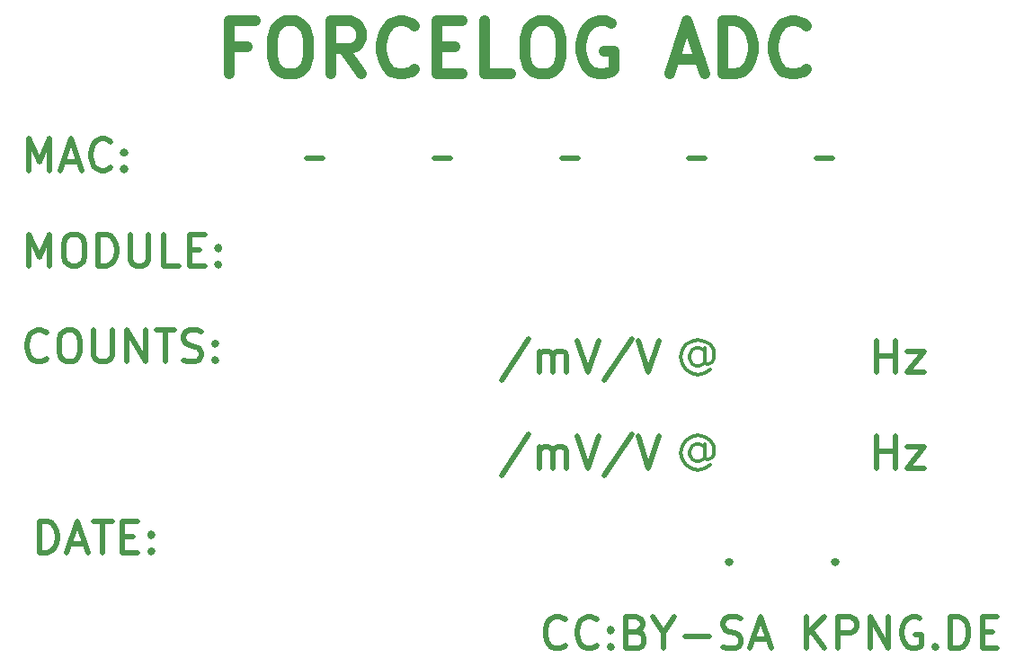
<source format=gbr>
%TF.GenerationSoftware,KiCad,Pcbnew,5.1.8*%
%TF.CreationDate,2020-12-22T13:18:50+01:00*%
%TF.ProjectId,labelframe,6c616265-6c66-4726-916d-652e6b696361,rev?*%
%TF.SameCoordinates,Original*%
%TF.FileFunction,Soldermask,Top*%
%TF.FilePolarity,Negative*%
%FSLAX46Y46*%
G04 Gerber Fmt 4.6, Leading zero omitted, Abs format (unit mm)*
G04 Created by KiCad (PCBNEW 5.1.8) date 2020-12-22 13:18:50*
%MOMM*%
%LPD*%
G01*
G04 APERTURE LIST*
%ADD10C,0.500000*%
%ADD11C,0.350000*%
%ADD12C,1.000000*%
G04 APERTURE END LIST*
D10*
X180000000Y-105071428D02*
X180142857Y-105214285D01*
X180000000Y-105357142D01*
X179857142Y-105214285D01*
X180000000Y-105071428D01*
X180000000Y-105357142D01*
X151142857Y-93214285D02*
X148571428Y-97071428D01*
X152142857Y-96357142D02*
X152142857Y-94357142D01*
X152142857Y-94642857D02*
X152285714Y-94500000D01*
X152571428Y-94357142D01*
X153000000Y-94357142D01*
X153285714Y-94500000D01*
X153428571Y-94785714D01*
X153428571Y-96357142D01*
X153428571Y-94785714D02*
X153571428Y-94500000D01*
X153857142Y-94357142D01*
X154285714Y-94357142D01*
X154571428Y-94500000D01*
X154714285Y-94785714D01*
X154714285Y-96357142D01*
X155714285Y-93357142D02*
X156714285Y-96357142D01*
X157714285Y-93357142D01*
X160857142Y-93214285D02*
X158285714Y-97071428D01*
X161428571Y-93357142D02*
X162428571Y-96357142D01*
X163428571Y-93357142D01*
D11*
X167750000Y-94416666D02*
X167583333Y-94250000D01*
X167250000Y-94083333D01*
X166916666Y-94083333D01*
X166583333Y-94250000D01*
X166416666Y-94416666D01*
X166250000Y-94750000D01*
X166250000Y-95083333D01*
X166416666Y-95416666D01*
X166583333Y-95583333D01*
X166916666Y-95750000D01*
X167250000Y-95750000D01*
X167583333Y-95583333D01*
X167750000Y-95416666D01*
X167750000Y-94083333D02*
X167750000Y-95416666D01*
X167916666Y-95583333D01*
X168083333Y-95583333D01*
X168416666Y-95416666D01*
X168583333Y-95083333D01*
X168583333Y-94250000D01*
X168250000Y-93750000D01*
X167750000Y-93416666D01*
X167083333Y-93250000D01*
X166416666Y-93416666D01*
X165916666Y-93750000D01*
X165583333Y-94250000D01*
X165416666Y-94916666D01*
X165583333Y-95583333D01*
X165916666Y-96083333D01*
X166416666Y-96416666D01*
X167083333Y-96583333D01*
X167750000Y-96416666D01*
X168250000Y-96083333D01*
D10*
X183928571Y-96357142D02*
X183928571Y-93357142D01*
X183928571Y-94785714D02*
X185642857Y-94785714D01*
X185642857Y-96357142D02*
X185642857Y-93357142D01*
X186785714Y-94357142D02*
X188357142Y-94357142D01*
X186785714Y-96357142D01*
X188357142Y-96357142D01*
X178238095Y-67214285D02*
X179761904Y-67214285D01*
X166238095Y-67214285D02*
X167761904Y-67214285D01*
X154238095Y-67214285D02*
X155761904Y-67214285D01*
X142238095Y-67214285D02*
X143761904Y-67214285D01*
X183928571Y-87357142D02*
X183928571Y-84357142D01*
X183928571Y-85785714D02*
X185642857Y-85785714D01*
X185642857Y-87357142D02*
X185642857Y-84357142D01*
X186785714Y-85357142D02*
X188357142Y-85357142D01*
X186785714Y-87357142D01*
X188357142Y-87357142D01*
X170000000Y-105071428D02*
X170142857Y-105214285D01*
X170000000Y-105357142D01*
X169857142Y-105214285D01*
X170000000Y-105071428D01*
X170000000Y-105357142D01*
X151142857Y-84214285D02*
X148571428Y-88071428D01*
X152142857Y-87357142D02*
X152142857Y-85357142D01*
X152142857Y-85642857D02*
X152285714Y-85500000D01*
X152571428Y-85357142D01*
X153000000Y-85357142D01*
X153285714Y-85500000D01*
X153428571Y-85785714D01*
X153428571Y-87357142D01*
X153428571Y-85785714D02*
X153571428Y-85500000D01*
X153857142Y-85357142D01*
X154285714Y-85357142D01*
X154571428Y-85500000D01*
X154714285Y-85785714D01*
X154714285Y-87357142D01*
X155714285Y-84357142D02*
X156714285Y-87357142D01*
X157714285Y-84357142D01*
X160857142Y-84214285D02*
X158285714Y-88071428D01*
X161428571Y-84357142D02*
X162428571Y-87357142D01*
X163428571Y-84357142D01*
D11*
X167750000Y-85416666D02*
X167583333Y-85250000D01*
X167250000Y-85083333D01*
X166916666Y-85083333D01*
X166583333Y-85250000D01*
X166416666Y-85416666D01*
X166250000Y-85750000D01*
X166250000Y-86083333D01*
X166416666Y-86416666D01*
X166583333Y-86583333D01*
X166916666Y-86750000D01*
X167250000Y-86750000D01*
X167583333Y-86583333D01*
X167750000Y-86416666D01*
X167750000Y-85083333D02*
X167750000Y-86416666D01*
X167916666Y-86583333D01*
X168083333Y-86583333D01*
X168416666Y-86416666D01*
X168583333Y-86083333D01*
X168583333Y-85250000D01*
X168250000Y-84750000D01*
X167750000Y-84416666D01*
X167083333Y-84250000D01*
X166416666Y-84416666D01*
X165916666Y-84750000D01*
X165583333Y-85250000D01*
X165416666Y-85916666D01*
X165583333Y-86583333D01*
X165916666Y-87083333D01*
X166416666Y-87416666D01*
X167083333Y-87583333D01*
X167750000Y-87416666D01*
X168250000Y-87083333D01*
D10*
X130238095Y-67214285D02*
X131761904Y-67214285D01*
X105039285Y-104357142D02*
X105039285Y-101357142D01*
X105753571Y-101357142D01*
X106182142Y-101500000D01*
X106467857Y-101785714D01*
X106610714Y-102071428D01*
X106753571Y-102642857D01*
X106753571Y-103071428D01*
X106610714Y-103642857D01*
X106467857Y-103928571D01*
X106182142Y-104214285D01*
X105753571Y-104357142D01*
X105039285Y-104357142D01*
X107896428Y-103500000D02*
X109325000Y-103500000D01*
X107610714Y-104357142D02*
X108610714Y-101357142D01*
X109610714Y-104357142D01*
X110182142Y-101357142D02*
X111896428Y-101357142D01*
X111039285Y-104357142D02*
X111039285Y-101357142D01*
X112896428Y-102785714D02*
X113896428Y-102785714D01*
X114325000Y-104357142D02*
X112896428Y-104357142D01*
X112896428Y-101357142D01*
X114325000Y-101357142D01*
X115610714Y-104071428D02*
X115753571Y-104214285D01*
X115610714Y-104357142D01*
X115467857Y-104214285D01*
X115610714Y-104071428D01*
X115610714Y-104357142D01*
X115610714Y-102500000D02*
X115753571Y-102642857D01*
X115610714Y-102785714D01*
X115467857Y-102642857D01*
X115610714Y-102500000D01*
X115610714Y-102785714D01*
X154571428Y-113071428D02*
X154428571Y-113214285D01*
X154000000Y-113357142D01*
X153714285Y-113357142D01*
X153285714Y-113214285D01*
X153000000Y-112928571D01*
X152857142Y-112642857D01*
X152714285Y-112071428D01*
X152714285Y-111642857D01*
X152857142Y-111071428D01*
X153000000Y-110785714D01*
X153285714Y-110500000D01*
X153714285Y-110357142D01*
X154000000Y-110357142D01*
X154428571Y-110500000D01*
X154571428Y-110642857D01*
X157571428Y-113071428D02*
X157428571Y-113214285D01*
X157000000Y-113357142D01*
X156714285Y-113357142D01*
X156285714Y-113214285D01*
X156000000Y-112928571D01*
X155857142Y-112642857D01*
X155714285Y-112071428D01*
X155714285Y-111642857D01*
X155857142Y-111071428D01*
X156000000Y-110785714D01*
X156285714Y-110500000D01*
X156714285Y-110357142D01*
X157000000Y-110357142D01*
X157428571Y-110500000D01*
X157571428Y-110642857D01*
X158857142Y-113071428D02*
X159000000Y-113214285D01*
X158857142Y-113357142D01*
X158714285Y-113214285D01*
X158857142Y-113071428D01*
X158857142Y-113357142D01*
X158857142Y-111500000D02*
X159000000Y-111642857D01*
X158857142Y-111785714D01*
X158714285Y-111642857D01*
X158857142Y-111500000D01*
X158857142Y-111785714D01*
X161285714Y-111785714D02*
X161714285Y-111928571D01*
X161857142Y-112071428D01*
X162000000Y-112357142D01*
X162000000Y-112785714D01*
X161857142Y-113071428D01*
X161714285Y-113214285D01*
X161428571Y-113357142D01*
X160285714Y-113357142D01*
X160285714Y-110357142D01*
X161285714Y-110357142D01*
X161571428Y-110500000D01*
X161714285Y-110642857D01*
X161857142Y-110928571D01*
X161857142Y-111214285D01*
X161714285Y-111500000D01*
X161571428Y-111642857D01*
X161285714Y-111785714D01*
X160285714Y-111785714D01*
X163857142Y-111928571D02*
X163857142Y-113357142D01*
X162857142Y-110357142D02*
X163857142Y-111928571D01*
X164857142Y-110357142D01*
X165857142Y-112214285D02*
X168142857Y-112214285D01*
X169428571Y-113214285D02*
X169857142Y-113357142D01*
X170571428Y-113357142D01*
X170857142Y-113214285D01*
X171000000Y-113071428D01*
X171142857Y-112785714D01*
X171142857Y-112500000D01*
X171000000Y-112214285D01*
X170857142Y-112071428D01*
X170571428Y-111928571D01*
X170000000Y-111785714D01*
X169714285Y-111642857D01*
X169571428Y-111500000D01*
X169428571Y-111214285D01*
X169428571Y-110928571D01*
X169571428Y-110642857D01*
X169714285Y-110500000D01*
X170000000Y-110357142D01*
X170714285Y-110357142D01*
X171142857Y-110500000D01*
X172285714Y-112500000D02*
X173714285Y-112500000D01*
X172000000Y-113357142D02*
X173000000Y-110357142D01*
X174000000Y-113357142D01*
X177285714Y-113357142D02*
X177285714Y-110357142D01*
X179000000Y-113357142D02*
X177714285Y-111642857D01*
X179000000Y-110357142D02*
X177285714Y-112071428D01*
X180285714Y-113357142D02*
X180285714Y-110357142D01*
X181428571Y-110357142D01*
X181714285Y-110500000D01*
X181857142Y-110642857D01*
X182000000Y-110928571D01*
X182000000Y-111357142D01*
X181857142Y-111642857D01*
X181714285Y-111785714D01*
X181428571Y-111928571D01*
X180285714Y-111928571D01*
X183285714Y-113357142D02*
X183285714Y-110357142D01*
X185000000Y-113357142D01*
X185000000Y-110357142D01*
X188000000Y-110500000D02*
X187714285Y-110357142D01*
X187285714Y-110357142D01*
X186857142Y-110500000D01*
X186571428Y-110785714D01*
X186428571Y-111071428D01*
X186285714Y-111642857D01*
X186285714Y-112071428D01*
X186428571Y-112642857D01*
X186571428Y-112928571D01*
X186857142Y-113214285D01*
X187285714Y-113357142D01*
X187571428Y-113357142D01*
X188000000Y-113214285D01*
X188142857Y-113071428D01*
X188142857Y-112071428D01*
X187571428Y-112071428D01*
X189428571Y-113071428D02*
X189571428Y-113214285D01*
X189428571Y-113357142D01*
X189285714Y-113214285D01*
X189428571Y-113071428D01*
X189428571Y-113357142D01*
X190857142Y-113357142D02*
X190857142Y-110357142D01*
X191571428Y-110357142D01*
X192000000Y-110500000D01*
X192285714Y-110785714D01*
X192428571Y-111071428D01*
X192571428Y-111642857D01*
X192571428Y-112071428D01*
X192428571Y-112642857D01*
X192285714Y-112928571D01*
X192000000Y-113214285D01*
X191571428Y-113357142D01*
X190857142Y-113357142D01*
X193857142Y-111785714D02*
X194857142Y-111785714D01*
X195285714Y-113357142D02*
X193857142Y-113357142D01*
X193857142Y-110357142D01*
X195285714Y-110357142D01*
X105753571Y-86071428D02*
X105610714Y-86214285D01*
X105182142Y-86357142D01*
X104896428Y-86357142D01*
X104467857Y-86214285D01*
X104182142Y-85928571D01*
X104039285Y-85642857D01*
X103896428Y-85071428D01*
X103896428Y-84642857D01*
X104039285Y-84071428D01*
X104182142Y-83785714D01*
X104467857Y-83500000D01*
X104896428Y-83357142D01*
X105182142Y-83357142D01*
X105610714Y-83500000D01*
X105753571Y-83642857D01*
X107610714Y-83357142D02*
X108182142Y-83357142D01*
X108467857Y-83500000D01*
X108753571Y-83785714D01*
X108896428Y-84357142D01*
X108896428Y-85357142D01*
X108753571Y-85928571D01*
X108467857Y-86214285D01*
X108182142Y-86357142D01*
X107610714Y-86357142D01*
X107325000Y-86214285D01*
X107039285Y-85928571D01*
X106896428Y-85357142D01*
X106896428Y-84357142D01*
X107039285Y-83785714D01*
X107325000Y-83500000D01*
X107610714Y-83357142D01*
X110182142Y-83357142D02*
X110182142Y-85785714D01*
X110325000Y-86071428D01*
X110467857Y-86214285D01*
X110753571Y-86357142D01*
X111325000Y-86357142D01*
X111610714Y-86214285D01*
X111753571Y-86071428D01*
X111896428Y-85785714D01*
X111896428Y-83357142D01*
X113325000Y-86357142D02*
X113325000Y-83357142D01*
X115039285Y-86357142D01*
X115039285Y-83357142D01*
X116039285Y-83357142D02*
X117753571Y-83357142D01*
X116896428Y-86357142D02*
X116896428Y-83357142D01*
X118610714Y-86214285D02*
X119039285Y-86357142D01*
X119753571Y-86357142D01*
X120039285Y-86214285D01*
X120182142Y-86071428D01*
X120325000Y-85785714D01*
X120325000Y-85500000D01*
X120182142Y-85214285D01*
X120039285Y-85071428D01*
X119753571Y-84928571D01*
X119182142Y-84785714D01*
X118896428Y-84642857D01*
X118753571Y-84500000D01*
X118610714Y-84214285D01*
X118610714Y-83928571D01*
X118753571Y-83642857D01*
X118896428Y-83500000D01*
X119182142Y-83357142D01*
X119896428Y-83357142D01*
X120325000Y-83500000D01*
X121610714Y-86071428D02*
X121753571Y-86214285D01*
X121610714Y-86357142D01*
X121467857Y-86214285D01*
X121610714Y-86071428D01*
X121610714Y-86357142D01*
X121610714Y-84500000D02*
X121753571Y-84642857D01*
X121610714Y-84785714D01*
X121467857Y-84642857D01*
X121610714Y-84500000D01*
X121610714Y-84785714D01*
X104039285Y-77357142D02*
X104039285Y-74357142D01*
X105039285Y-76500000D01*
X106039285Y-74357142D01*
X106039285Y-77357142D01*
X108039285Y-74357142D02*
X108610714Y-74357142D01*
X108896428Y-74500000D01*
X109182142Y-74785714D01*
X109325000Y-75357142D01*
X109325000Y-76357142D01*
X109182142Y-76928571D01*
X108896428Y-77214285D01*
X108610714Y-77357142D01*
X108039285Y-77357142D01*
X107753571Y-77214285D01*
X107467857Y-76928571D01*
X107325000Y-76357142D01*
X107325000Y-75357142D01*
X107467857Y-74785714D01*
X107753571Y-74500000D01*
X108039285Y-74357142D01*
X110610714Y-77357142D02*
X110610714Y-74357142D01*
X111325000Y-74357142D01*
X111753571Y-74500000D01*
X112039285Y-74785714D01*
X112182142Y-75071428D01*
X112325000Y-75642857D01*
X112325000Y-76071428D01*
X112182142Y-76642857D01*
X112039285Y-76928571D01*
X111753571Y-77214285D01*
X111325000Y-77357142D01*
X110610714Y-77357142D01*
X113610714Y-74357142D02*
X113610714Y-76785714D01*
X113753571Y-77071428D01*
X113896428Y-77214285D01*
X114182142Y-77357142D01*
X114753571Y-77357142D01*
X115039285Y-77214285D01*
X115182142Y-77071428D01*
X115325000Y-76785714D01*
X115325000Y-74357142D01*
X118182142Y-77357142D02*
X116753571Y-77357142D01*
X116753571Y-74357142D01*
X119182142Y-75785714D02*
X120182142Y-75785714D01*
X120610714Y-77357142D02*
X119182142Y-77357142D01*
X119182142Y-74357142D01*
X120610714Y-74357142D01*
X121896428Y-77071428D02*
X122039285Y-77214285D01*
X121896428Y-77357142D01*
X121753571Y-77214285D01*
X121896428Y-77071428D01*
X121896428Y-77357142D01*
X121896428Y-75500000D02*
X122039285Y-75642857D01*
X121896428Y-75785714D01*
X121753571Y-75642857D01*
X121896428Y-75500000D01*
X121896428Y-75785714D01*
X104039285Y-68357142D02*
X104039285Y-65357142D01*
X105039285Y-67500000D01*
X106039285Y-65357142D01*
X106039285Y-68357142D01*
X107325000Y-67500000D02*
X108753571Y-67500000D01*
X107039285Y-68357142D02*
X108039285Y-65357142D01*
X109039285Y-68357142D01*
X111753571Y-68071428D02*
X111610714Y-68214285D01*
X111182142Y-68357142D01*
X110896428Y-68357142D01*
X110467857Y-68214285D01*
X110182142Y-67928571D01*
X110039285Y-67642857D01*
X109896428Y-67071428D01*
X109896428Y-66642857D01*
X110039285Y-66071428D01*
X110182142Y-65785714D01*
X110467857Y-65500000D01*
X110896428Y-65357142D01*
X111182142Y-65357142D01*
X111610714Y-65500000D01*
X111753571Y-65642857D01*
X113039285Y-68071428D02*
X113182142Y-68214285D01*
X113039285Y-68357142D01*
X112896428Y-68214285D01*
X113039285Y-68071428D01*
X113039285Y-68357142D01*
X113039285Y-66500000D02*
X113182142Y-66642857D01*
X113039285Y-66785714D01*
X112896428Y-66642857D01*
X113039285Y-66500000D01*
X113039285Y-66785714D01*
D12*
X124642857Y-56642857D02*
X122976190Y-56642857D01*
X122976190Y-59261904D02*
X122976190Y-54261904D01*
X125357142Y-54261904D01*
X128214285Y-54261904D02*
X129166666Y-54261904D01*
X129642857Y-54500000D01*
X130119047Y-54976190D01*
X130357142Y-55928571D01*
X130357142Y-57595238D01*
X130119047Y-58547619D01*
X129642857Y-59023809D01*
X129166666Y-59261904D01*
X128214285Y-59261904D01*
X127738095Y-59023809D01*
X127261904Y-58547619D01*
X127023809Y-57595238D01*
X127023809Y-55928571D01*
X127261904Y-54976190D01*
X127738095Y-54500000D01*
X128214285Y-54261904D01*
X135357142Y-59261904D02*
X133690476Y-56880952D01*
X132500000Y-59261904D02*
X132500000Y-54261904D01*
X134404761Y-54261904D01*
X134880952Y-54500000D01*
X135119047Y-54738095D01*
X135357142Y-55214285D01*
X135357142Y-55928571D01*
X135119047Y-56404761D01*
X134880952Y-56642857D01*
X134404761Y-56880952D01*
X132500000Y-56880952D01*
X140357142Y-58785714D02*
X140119047Y-59023809D01*
X139404761Y-59261904D01*
X138928571Y-59261904D01*
X138214285Y-59023809D01*
X137738095Y-58547619D01*
X137500000Y-58071428D01*
X137261904Y-57119047D01*
X137261904Y-56404761D01*
X137500000Y-55452380D01*
X137738095Y-54976190D01*
X138214285Y-54500000D01*
X138928571Y-54261904D01*
X139404761Y-54261904D01*
X140119047Y-54500000D01*
X140357142Y-54738095D01*
X142500000Y-56642857D02*
X144166666Y-56642857D01*
X144880952Y-59261904D02*
X142500000Y-59261904D01*
X142500000Y-54261904D01*
X144880952Y-54261904D01*
X149404761Y-59261904D02*
X147023809Y-59261904D01*
X147023809Y-54261904D01*
X152023809Y-54261904D02*
X152976190Y-54261904D01*
X153452380Y-54500000D01*
X153928571Y-54976190D01*
X154166666Y-55928571D01*
X154166666Y-57595238D01*
X153928571Y-58547619D01*
X153452380Y-59023809D01*
X152976190Y-59261904D01*
X152023809Y-59261904D01*
X151547619Y-59023809D01*
X151071428Y-58547619D01*
X150833333Y-57595238D01*
X150833333Y-55928571D01*
X151071428Y-54976190D01*
X151547619Y-54500000D01*
X152023809Y-54261904D01*
X158928571Y-54500000D02*
X158452380Y-54261904D01*
X157738095Y-54261904D01*
X157023809Y-54500000D01*
X156547619Y-54976190D01*
X156309523Y-55452380D01*
X156071428Y-56404761D01*
X156071428Y-57119047D01*
X156309523Y-58071428D01*
X156547619Y-58547619D01*
X157023809Y-59023809D01*
X157738095Y-59261904D01*
X158214285Y-59261904D01*
X158928571Y-59023809D01*
X159166666Y-58785714D01*
X159166666Y-57119047D01*
X158214285Y-57119047D01*
X164880952Y-57833333D02*
X167261904Y-57833333D01*
X164404761Y-59261904D02*
X166071428Y-54261904D01*
X167738095Y-59261904D01*
X169404761Y-59261904D02*
X169404761Y-54261904D01*
X170595238Y-54261904D01*
X171309523Y-54500000D01*
X171785714Y-54976190D01*
X172023809Y-55452380D01*
X172261904Y-56404761D01*
X172261904Y-57119047D01*
X172023809Y-58071428D01*
X171785714Y-58547619D01*
X171309523Y-59023809D01*
X170595238Y-59261904D01*
X169404761Y-59261904D01*
X177261904Y-58785714D02*
X177023809Y-59023809D01*
X176309523Y-59261904D01*
X175833333Y-59261904D01*
X175119047Y-59023809D01*
X174642857Y-58547619D01*
X174404761Y-58071428D01*
X174166666Y-57119047D01*
X174166666Y-56404761D01*
X174404761Y-55452380D01*
X174642857Y-54976190D01*
X175119047Y-54500000D01*
X175833333Y-54261904D01*
X176309523Y-54261904D01*
X177023809Y-54500000D01*
X177261904Y-54738095D01*
M02*

</source>
